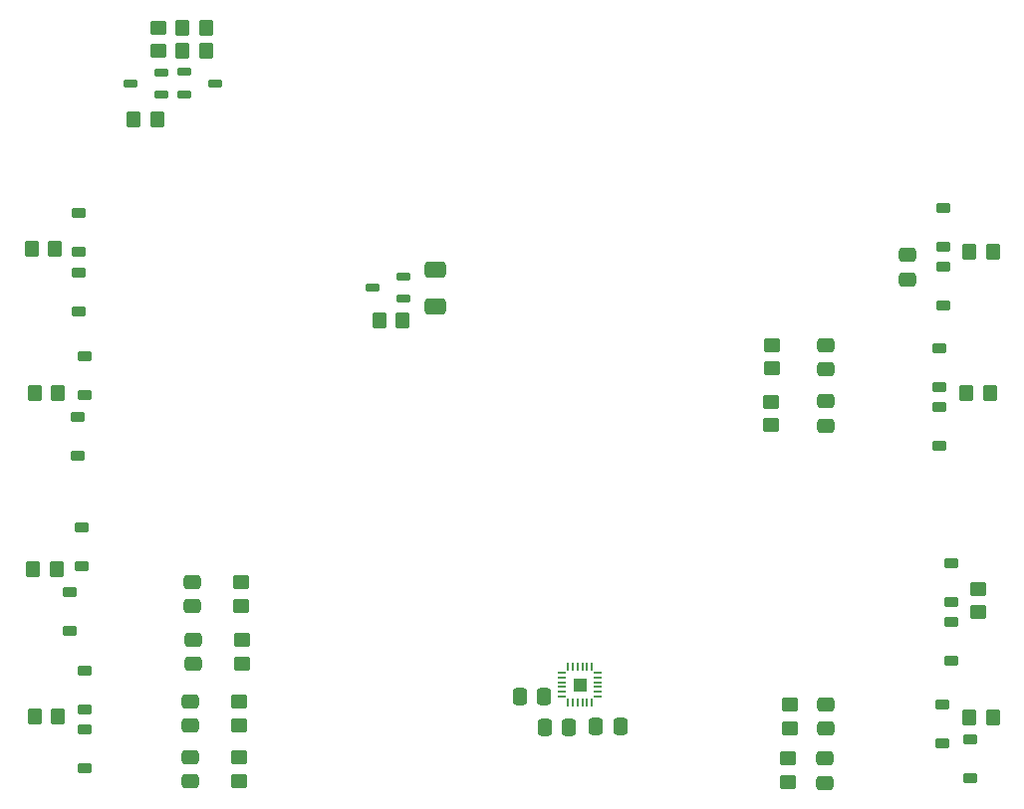
<source format=gbr>
%TF.GenerationSoftware,KiCad,Pcbnew,9.0.2*%
%TF.CreationDate,2025-06-16T14:43:15-07:00*%
%TF.ProjectId,Revision01,52657669-7369-46f6-9e30-312e6b696361,A*%
%TF.SameCoordinates,PX692bd40PY908ed60*%
%TF.FileFunction,Paste,Bot*%
%TF.FilePolarity,Positive*%
%FSLAX46Y46*%
G04 Gerber Fmt 4.6, Leading zero omitted, Abs format (unit mm)*
G04 Created by KiCad (PCBNEW 9.0.2) date 2025-06-16 14:43:15*
%MOMM*%
%LPD*%
G01*
G04 APERTURE LIST*
G04 Aperture macros list*
%AMRoundRect*
0 Rectangle with rounded corners*
0 $1 Rounding radius*
0 $2 $3 $4 $5 $6 $7 $8 $9 X,Y pos of 4 corners*
0 Add a 4 corners polygon primitive as box body*
4,1,4,$2,$3,$4,$5,$6,$7,$8,$9,$2,$3,0*
0 Add four circle primitives for the rounded corners*
1,1,$1+$1,$2,$3*
1,1,$1+$1,$4,$5*
1,1,$1+$1,$6,$7*
1,1,$1+$1,$8,$9*
0 Add four rect primitives between the rounded corners*
20,1,$1+$1,$2,$3,$4,$5,0*
20,1,$1+$1,$4,$5,$6,$7,0*
20,1,$1+$1,$6,$7,$8,$9,0*
20,1,$1+$1,$8,$9,$2,$3,0*%
G04 Aperture macros list end*
%ADD10C,0.010000*%
%ADD11RoundRect,0.250000X0.350000X0.450000X-0.350000X0.450000X-0.350000X-0.450000X0.350000X-0.450000X0*%
%ADD12RoundRect,0.162500X0.447500X0.162500X-0.447500X0.162500X-0.447500X-0.162500X0.447500X-0.162500X0*%
%ADD13RoundRect,0.250000X-0.475000X0.337500X-0.475000X-0.337500X0.475000X-0.337500X0.475000X0.337500X0*%
%ADD14RoundRect,0.250000X-0.337500X-0.475000X0.337500X-0.475000X0.337500X0.475000X-0.337500X0.475000X0*%
%ADD15RoundRect,0.250000X0.475000X-0.337500X0.475000X0.337500X-0.475000X0.337500X-0.475000X-0.337500X0*%
%ADD16RoundRect,0.225000X-0.375000X0.225000X-0.375000X-0.225000X0.375000X-0.225000X0.375000X0.225000X0*%
%ADD17RoundRect,0.250000X0.337500X0.475000X-0.337500X0.475000X-0.337500X-0.475000X0.337500X-0.475000X0*%
%ADD18RoundRect,0.250000X-0.450000X0.350000X-0.450000X-0.350000X0.450000X-0.350000X0.450000X0.350000X0*%
%ADD19RoundRect,0.162500X-0.447500X-0.162500X0.447500X-0.162500X0.447500X0.162500X-0.447500X0.162500X0*%
%ADD20RoundRect,0.250000X0.450000X-0.350000X0.450000X0.350000X-0.450000X0.350000X-0.450000X-0.350000X0*%
%ADD21RoundRect,0.250000X-0.350000X-0.450000X0.350000X-0.450000X0.350000X0.450000X-0.350000X0.450000X0*%
%ADD22RoundRect,0.250000X-0.650000X0.412500X-0.650000X-0.412500X0.650000X-0.412500X0.650000X0.412500X0*%
%ADD23RoundRect,0.027500X0.292500X0.082500X-0.292500X0.082500X-0.292500X-0.082500X0.292500X-0.082500X0*%
%ADD24RoundRect,0.027500X0.082500X0.292500X-0.082500X0.292500X-0.082500X-0.292500X0.082500X-0.292500X0*%
G04 APERTURE END LIST*
D10*
%TO.C,U3*%
X56602500Y36560000D02*
X55632500Y36560000D01*
X55632500Y37640000D01*
X56602500Y37640000D01*
X56602500Y36560000D01*
G36*
X56602500Y36560000D02*
G01*
X55632500Y36560000D01*
X55632500Y37640000D01*
X56602500Y37640000D01*
X56602500Y36560000D01*
G37*
%TD*%
D11*
%TO.C,R8*%
X91200000Y73900000D03*
X89200000Y73900000D03*
%TD*%
D12*
%TO.C,Q3*%
X20515000Y89175000D03*
X20515000Y87275000D03*
X17895000Y88225000D03*
%TD*%
D11*
%TO.C,R7*%
X90950000Y61900000D03*
X88950000Y61900000D03*
%TD*%
D13*
%TO.C,C8*%
X77000000Y61200000D03*
X77000000Y59125000D03*
%TD*%
D14*
%TO.C,C11*%
X57462500Y33525000D03*
X59537500Y33525000D03*
%TD*%
D15*
%TO.C,C9*%
X77000000Y63925000D03*
X77000000Y66000000D03*
%TD*%
D16*
%TO.C,D1*%
X14000000Y38300000D03*
X14000000Y35000000D03*
%TD*%
D17*
%TO.C,C1*%
X55200000Y33500000D03*
X53125000Y33500000D03*
%TD*%
D16*
%TO.C,D12*%
X87700000Y42400000D03*
X87700000Y39100000D03*
%TD*%
%TO.C,D10*%
X89300000Y32450000D03*
X89300000Y29150000D03*
%TD*%
%TO.C,D11*%
X87700000Y47400000D03*
X87700000Y44100000D03*
%TD*%
%TO.C,D2*%
X14000000Y33300000D03*
X14000000Y30000000D03*
%TD*%
%TO.C,D6*%
X13400000Y59900000D03*
X13400000Y56600000D03*
%TD*%
D18*
%TO.C,R6*%
X90010000Y45270000D03*
X90010000Y43270000D03*
%TD*%
D19*
%TO.C,Q2*%
X22455000Y87325000D03*
X22455000Y89225000D03*
X25075000Y88275000D03*
%TD*%
D13*
%TO.C,C2*%
X23000000Y30937500D03*
X23000000Y28862500D03*
%TD*%
D16*
%TO.C,D8*%
X13500000Y72150000D03*
X13500000Y68850000D03*
%TD*%
D20*
%TO.C,R12*%
X27280000Y43800000D03*
X27280000Y45800000D03*
%TD*%
D11*
%TO.C,R27*%
X20205000Y85225000D03*
X18205000Y85225000D03*
%TD*%
D21*
%TO.C,R2*%
X9625000Y46900000D03*
X11625000Y46900000D03*
%TD*%
D18*
%TO.C,R13*%
X73810000Y30820000D03*
X73810000Y28820000D03*
%TD*%
D16*
%TO.C,D15*%
X87000000Y77650000D03*
X87000000Y74350000D03*
%TD*%
D18*
%TO.C,R11*%
X27380000Y40900000D03*
X27380000Y38900000D03*
%TD*%
D13*
%TO.C,C4*%
X23250000Y40937500D03*
X23250000Y38862500D03*
%TD*%
D11*
%TO.C,R5*%
X91200000Y34328000D03*
X89200000Y34328000D03*
%TD*%
D16*
%TO.C,D9*%
X86900000Y35450000D03*
X86900000Y32150000D03*
%TD*%
D21*
%TO.C,R4*%
X9500000Y74150000D03*
X11500000Y74150000D03*
%TD*%
D20*
%TO.C,R14*%
X73960000Y33420000D03*
X73960000Y35420000D03*
%TD*%
D11*
%TO.C,R26*%
X24325000Y91025000D03*
X22325000Y91025000D03*
%TD*%
D12*
%TO.C,Q1*%
X41110000Y71850000D03*
X41110000Y69950000D03*
X38490000Y70900000D03*
%TD*%
D22*
%TO.C,C10*%
X43800000Y72412500D03*
X43800000Y69287500D03*
%TD*%
D17*
%TO.C,C12*%
X53062500Y36100000D03*
X50987500Y36100000D03*
%TD*%
D15*
%TO.C,C13*%
X84000000Y71575000D03*
X84000000Y73650000D03*
%TD*%
D16*
%TO.C,D14*%
X86700000Y60750000D03*
X86700000Y57450000D03*
%TD*%
D15*
%TO.C,C7*%
X77000000Y33362500D03*
X77000000Y35437500D03*
%TD*%
D18*
%TO.C,R15*%
X72390000Y61162500D03*
X72390000Y59162500D03*
%TD*%
D16*
%TO.C,D5*%
X14000000Y65050000D03*
X14000000Y61750000D03*
%TD*%
D15*
%TO.C,C5*%
X23200000Y43762500D03*
X23200000Y45837500D03*
%TD*%
D11*
%TO.C,R29*%
X24325000Y93025000D03*
X22325000Y93025000D03*
%TD*%
D13*
%TO.C,C6*%
X76910000Y30825000D03*
X76910000Y28750000D03*
%TD*%
D16*
%TO.C,D7*%
X13500000Y77200000D03*
X13500000Y73900000D03*
%TD*%
D21*
%TO.C,R3*%
X9750000Y61900000D03*
X11750000Y61900000D03*
%TD*%
D20*
%TO.C,R10*%
X27130000Y33650000D03*
X27130000Y35650000D03*
%TD*%
D21*
%TO.C,R1*%
X9750000Y34400000D03*
X11750000Y34400000D03*
%TD*%
D23*
%TO.C,U3*%
X57662500Y38100000D03*
X57662500Y37700000D03*
X57662500Y37300000D03*
X57662500Y36900000D03*
X57662500Y36500000D03*
X57662500Y36100000D03*
D24*
X57117500Y35555000D03*
X56717500Y35555000D03*
X56317500Y35555000D03*
X55917500Y35555000D03*
X55517500Y35555000D03*
X55117500Y35555000D03*
D23*
X54572500Y36100000D03*
X54572500Y36500000D03*
X54572500Y36900000D03*
X54572500Y37300000D03*
X54572500Y37700000D03*
X54572500Y38100000D03*
D24*
X55117500Y38645000D03*
X55517500Y38645000D03*
X55917500Y38645000D03*
X56317500Y38645000D03*
X56717500Y38645000D03*
X57117500Y38645000D03*
%TD*%
D18*
%TO.C,R9*%
X27130000Y30900000D03*
X27130000Y28900000D03*
%TD*%
D20*
%TO.C,R16*%
X72440000Y64000000D03*
X72440000Y66000000D03*
%TD*%
D16*
%TO.C,D16*%
X87000000Y72700000D03*
X87000000Y69400000D03*
%TD*%
D15*
%TO.C,C3*%
X23000000Y33612500D03*
X23000000Y35687500D03*
%TD*%
D16*
%TO.C,D13*%
X86700000Y65750000D03*
X86700000Y62450000D03*
%TD*%
D18*
%TO.C,R28*%
X20325000Y93025000D03*
X20325000Y91025000D03*
%TD*%
D11*
%TO.C,R17*%
X41050000Y68100000D03*
X39050000Y68100000D03*
%TD*%
D16*
%TO.C,D4*%
X12750000Y44950000D03*
X12750000Y41650000D03*
%TD*%
%TO.C,D3*%
X13800000Y50450000D03*
X13800000Y47150000D03*
%TD*%
M02*

</source>
